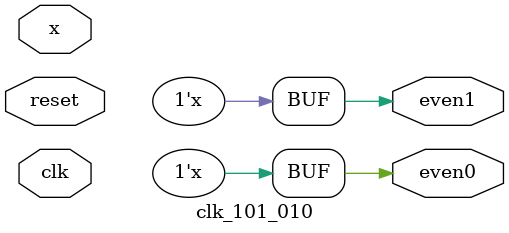
<source format=v>
module clk_101_010(
	input x,
    input clk,
    input reset,
    output reg even1,
	output reg even0
);
reg [1:0] state, next;

parameter  S0   = 2'b00,
           S1   = 2'b01,
           S2 = 2'b10;
		
    
    always @(posedge clk or posedge reset) begin
        if (reset)begin
            state <= S0;
even0 <= 0;
even1 <= 0;  
 end			
        else
           
state <= next;

    end

    always @(*) begin
	case(state)
	
	S0:
	
	if(x)
	next=S1;
	else 
	next=S2;
	
	S1:begin 
	even1=~even1;
	if(x)
	next=S1;
	else 
	next=S2;
	end
	
	S2:begin
	even0 = ~even0;
	if(x)
	next=S1;
	else 
	next=S2;
	
	end
	
	endcase
end
//assign y=(state==3'b011||state==3'b110)?1:0;	
	
	
	
endmodule
    
    

</source>
